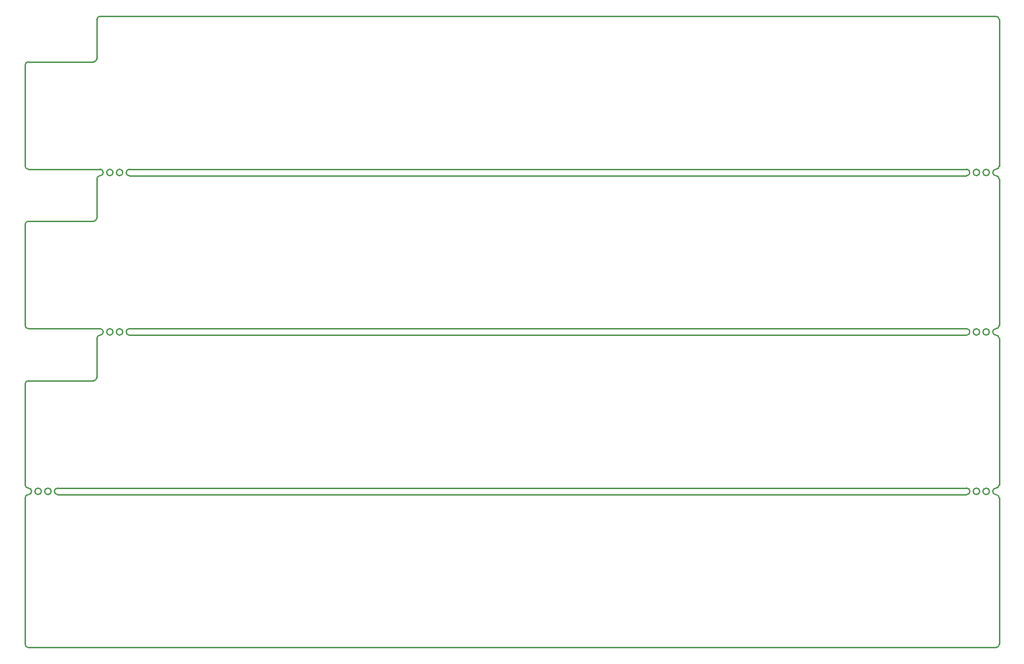
<source format=gko>
G04 Layer: BoardOutline*
G04 EasyEDA v6.3.43, 2020-05-25T11:21:51+02:00*
G04 b2f46ff1345c4209a88c0a1db2e3f32b,10*
G04 Gerber Generator version 0.2*
G04 Scale: 100 percent, Rotated: No, Reflected: No *
G04 Dimensions in inches *
G04 leading zeros omitted , absolute positions ,2 integer and 4 decimal *
%FSLAX24Y24*%
%MOIN*%
G90*
G70D02*

%ADD10C,0.010000*%
G54D10*
G01X234Y42187D02*
G01X4921Y42187D01*
G01X5156Y45234D02*
G01X5156Y42421D01*
G01X5390Y34453D02*
G01X234Y34453D01*
G01X234Y30703D02*
G01X4921Y30703D01*
G01X5156Y33750D02*
G01X5156Y30937D01*
G01X5390Y22968D02*
G01X234Y22968D01*
G01X234Y19218D02*
G01X4921Y19218D01*
G01X5156Y22265D02*
G01X5156Y19453D01*
G01X69843Y45468D02*
G01X5390Y45468D01*
G01X7500Y34453D02*
G01X67734Y34453D01*
G01X70078Y34687D02*
G01X70078Y45234D01*
G01X0Y41953D02*
G01X0Y34687D01*
G01X67734Y33984D02*
G01X7500Y33984D01*
G01X7500Y22968D02*
G01X67734Y22968D01*
G01X70078Y23203D02*
G01X70078Y33750D01*
G01X0Y30468D02*
G01X0Y23203D01*
G01X67734Y22500D02*
G01X7500Y22500D01*
G01X2343Y11484D02*
G01X67734Y11484D01*
G01X70078Y11718D02*
G01X70078Y22265D01*
G01X0Y18984D02*
G01X0Y11718D01*
G01X0Y10781D02*
G01X0Y234D01*
G01X70078Y234D02*
G01X70078Y10781D01*
G01X234Y0D02*
G01X69843Y0D01*
G01X67734Y11015D02*
G01X2343Y11015D01*
G75*
G01X234Y42188D02*
G03X0Y41953I0J-235D01*
G01*
G75*
G01X5391Y45469D02*
G03X5156Y45234I0J-235D01*
G01*
G75*
G01X4922Y42188D02*
G03X5156Y42422I0J234D01*
G01*
G75*
G01X234Y30703D02*
G03X0Y30469I0J-234D01*
G01*
G75*
G01X5391Y33984D02*
G03X5156Y33750I0J-234D01*
G01*
G75*
G01X4922Y30703D02*
G03X5156Y30938I0J235D01*
G01*
G75*
G01X6797Y33984D02*
G03X6797Y34453I-5J235D01*
G01*
G75*
G01X7500Y34453D02*
G03X7500Y33984I5J-234D01*
G01*
G75*
G01X6797Y34453D02*
G03X6797Y33984I5J-234D01*
G01*
G75*
G01X6094Y34453D02*
G03X6094Y33984I5J-234D01*
G01*
G75*
G01X6094Y33984D02*
G03X6094Y34453I-5J235D01*
G01*
G75*
G01X5391Y33984D02*
G03X5391Y34453I-5J235D01*
G01*
G75*
G01X234Y19219D02*
G03X0Y18984I0J-235D01*
G01*
G75*
G01X4922Y19219D02*
G03X5156Y19453I0J234D01*
G01*
G75*
G01X5391Y22500D02*
G03X5156Y22266I0J-234D01*
G01*
G75*
G01X0Y34688D02*
G03X234Y34453I234J0D01*
G01*
G75*
G01X69844Y34453D02*
G03X70078Y34688I0J235D01*
G01*
G75*
G01X70078Y45234D02*
G03X69844Y45469I-234J0D01*
G01*
G75*
G01X69141Y34453D02*
G03X69141Y33984I4J-234D01*
G01*
G75*
G01X0Y23203D02*
G03X234Y22969I234J0D01*
G01*
G75*
G01X69844Y34453D02*
G03X69844Y33984I5J-234D01*
G01*
G75*
G01X67734Y33984D02*
G03X67734Y34453I-5J235D01*
G01*
G75*
G01X69844Y22969D02*
G03X70078Y23203I0J234D01*
G01*
G75*
G01X68437Y34453D02*
G03X68437Y33984I5J-234D01*
G01*
G75*
G01X70078Y33750D02*
G03X69844Y33984I-234J0D01*
G01*
G75*
G01X68437Y33984D02*
G03X68437Y34453I-4J235D01*
G01*
G75*
G01X69141Y33984D02*
G03X69141Y34453I-5J235D01*
G01*
G75*
G01X69141Y22969D02*
G03X69141Y22500I4J-235D01*
G01*
G75*
G01X0Y11719D02*
G03X234Y11484I234J0D01*
G01*
G75*
G01X6094Y22500D02*
G03X6094Y22969I-5J234D01*
G01*
G75*
G01X69844Y22969D02*
G03X69844Y22500I5J-235D01*
G01*
G75*
G01X6797Y22969D02*
G03X6797Y22500I5J-235D01*
G01*
G75*
G01X67734Y22500D02*
G03X67734Y22969I-5J234D01*
G01*
G75*
G01X69844Y11484D02*
G03X70078Y11719I0J235D01*
G01*
G75*
G01X68437Y22969D02*
G03X68437Y22500I5J-235D01*
G01*
G75*
G01X7500Y22969D02*
G03X7500Y22500I5J-235D01*
G01*
G75*
G01X6797Y22500D02*
G03X6797Y22969I-5J234D01*
G01*
G75*
G01X6094Y22969D02*
G03X6094Y22500I5J-235D01*
G01*
G75*
G01X70078Y22266D02*
G03X69844Y22500I-234J0D01*
G01*
G75*
G01X68437Y22500D02*
G03X68437Y22969I-4J234D01*
G01*
G75*
G01X69141Y22500D02*
G03X69141Y22969I-5J234D01*
G01*
G75*
G01X5391Y22500D02*
G03X5391Y22969I-5J234D01*
G01*
G75*
G01X234Y11016D02*
G03X234Y11484I0J234D01*
G01*
G75*
G01X69141Y11016D02*
G03X69141Y11484I0J234D01*
G01*
G75*
G01X68437Y11016D02*
G03X68437Y11484I0J234D01*
G01*
G75*
G01X70078Y10781D02*
G03X69844Y11016I-234J0D01*
G01*
G75*
G01X938Y11484D02*
G03X938Y11016I0J-234D01*
G01*
G75*
G01X1641Y11016D02*
G03X1641Y11484I0J234D01*
G01*
G75*
G01X2344Y11484D02*
G03X2344Y11016I0J-234D01*
G01*
G75*
G01X68437Y11484D02*
G03X68437Y11016I0J-234D01*
G01*
G75*
G01X69844Y0D02*
G03X70078Y234I0J234D01*
G01*
G75*
G01X67734Y11016D02*
G03X67734Y11484I0J234D01*
G01*
G75*
G01X1641Y11484D02*
G03X1641Y11016I0J-234D01*
G01*
G75*
G01X234Y11016D02*
G03X0Y10781I0J-235D01*
G01*
G75*
G01X69844Y11484D02*
G03X69844Y11016I0J-234D01*
G01*
G75*
G01X938Y11016D02*
G03X938Y11484I-1J234D01*
G01*
G75*
G01X0Y234D02*
G03X234Y0I234J0D01*
G01*
G75*
G01X69141Y11484D02*
G03X69141Y11016I0J-234D01*
G01*

%LPD*%
M00*
M02*

</source>
